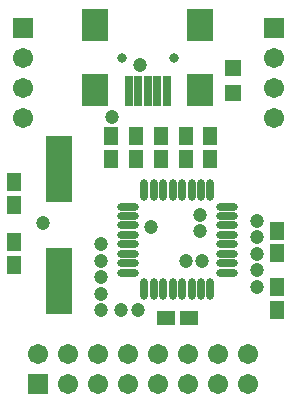
<source format=gts>
%FSLAX44Y44*%
%MOMM*%
G71*
G01*
G75*
G04 Layer_Color=8388736*
%ADD10R,1.2000X1.2000*%
%ADD11R,1.0000X1.3000*%
%ADD12R,2.0000X5.5000*%
%ADD13O,0.5000X1.6500*%
%ADD14O,1.6500X0.5000*%
%ADD15R,1.3000X1.0000*%
%ADD16R,2.0000X2.5000*%
%ADD17R,0.5000X2.3000*%
%ADD18C,0.3000*%
%ADD19C,0.4000*%
%ADD20C,0.2000*%
%ADD21C,1.5000*%
%ADD22R,1.5000X1.5000*%
%ADD23R,1.5000X1.5000*%
%ADD24C,0.6000*%
%ADD25C,1.0000*%
%ADD26C,0.2500*%
%ADD27C,0.6000*%
%ADD28C,0.1800*%
%ADD29C,0.2032*%
%ADD30R,1.4032X1.4032*%
%ADD31R,1.2032X1.5032*%
%ADD32R,2.2032X5.7032*%
%ADD33O,0.7032X1.8532*%
%ADD34O,1.8532X0.7032*%
%ADD35R,1.5032X1.2032*%
%ADD36R,2.2032X2.7032*%
%ADD37R,0.7032X2.5032*%
%ADD38C,1.7032*%
%ADD39R,1.7032X1.7032*%
%ADD40R,1.7032X1.7032*%
%ADD41C,0.8032*%
%ADD42C,1.2032*%
D30*
X197000Y285500D02*
D03*
Y264500D02*
D03*
D31*
X11700Y188650D02*
D03*
Y169650D02*
D03*
Y118850D02*
D03*
Y137850D02*
D03*
X136000Y208500D02*
D03*
Y227500D02*
D03*
X157000Y208500D02*
D03*
Y227500D02*
D03*
X234000Y80500D02*
D03*
Y99500D02*
D03*
X94000Y227500D02*
D03*
Y208500D02*
D03*
X115000Y227500D02*
D03*
Y208500D02*
D03*
X178000Y227500D02*
D03*
Y208500D02*
D03*
X234000Y147500D02*
D03*
Y128500D02*
D03*
D32*
X49800Y104980D02*
D03*
Y199980D02*
D03*
D33*
X122000Y98000D02*
D03*
X130000D02*
D03*
X138000D02*
D03*
X146000D02*
D03*
X154000D02*
D03*
X162000D02*
D03*
X170000D02*
D03*
X178000D02*
D03*
Y182000D02*
D03*
X170000D02*
D03*
X162000D02*
D03*
X154000D02*
D03*
X146000D02*
D03*
X138000D02*
D03*
X130000D02*
D03*
X122000D02*
D03*
D34*
X192000Y112000D02*
D03*
Y120000D02*
D03*
Y128000D02*
D03*
Y136000D02*
D03*
Y144000D02*
D03*
Y152000D02*
D03*
Y160000D02*
D03*
Y168000D02*
D03*
X108000D02*
D03*
Y160000D02*
D03*
Y152000D02*
D03*
Y144000D02*
D03*
Y136000D02*
D03*
Y128000D02*
D03*
Y120000D02*
D03*
Y112000D02*
D03*
D35*
X159500Y74000D02*
D03*
X140500D02*
D03*
D36*
X80500Y321670D02*
D03*
X169500D02*
D03*
Y266670D02*
D03*
X80500D02*
D03*
D37*
X141000Y265670D02*
D03*
X133000D02*
D03*
X125000D02*
D03*
X117001D02*
D03*
X109001D02*
D03*
D38*
X209550Y42910D02*
D03*
Y17510D02*
D03*
X184150Y42910D02*
D03*
Y17510D02*
D03*
X158750Y42910D02*
D03*
Y17510D02*
D03*
X133350Y42910D02*
D03*
Y17510D02*
D03*
X107950Y42910D02*
D03*
Y17510D02*
D03*
X82550Y42910D02*
D03*
Y17510D02*
D03*
X57150Y42910D02*
D03*
Y17510D02*
D03*
X31750Y42910D02*
D03*
X19050Y243000D02*
D03*
Y268400D02*
D03*
Y293800D02*
D03*
X231600Y242650D02*
D03*
Y268050D02*
D03*
Y293450D02*
D03*
D39*
X31750Y17510D02*
D03*
D40*
X19050Y319200D02*
D03*
X231600Y318850D02*
D03*
D41*
X103001Y293670D02*
D03*
X147000D02*
D03*
D42*
X36000Y154000D02*
D03*
X217000Y156000D02*
D03*
Y142000D02*
D03*
Y128000D02*
D03*
Y114000D02*
D03*
Y100000D02*
D03*
X169000Y147000D02*
D03*
Y161000D02*
D03*
X85000Y80000D02*
D03*
Y94000D02*
D03*
X128000Y151000D02*
D03*
X85000Y136000D02*
D03*
Y122000D02*
D03*
Y108000D02*
D03*
X157000Y122000D02*
D03*
X171000D02*
D03*
X102000Y80000D02*
D03*
X117000D02*
D03*
X118000Y288000D02*
D03*
X95000Y244000D02*
D03*
M02*

</source>
